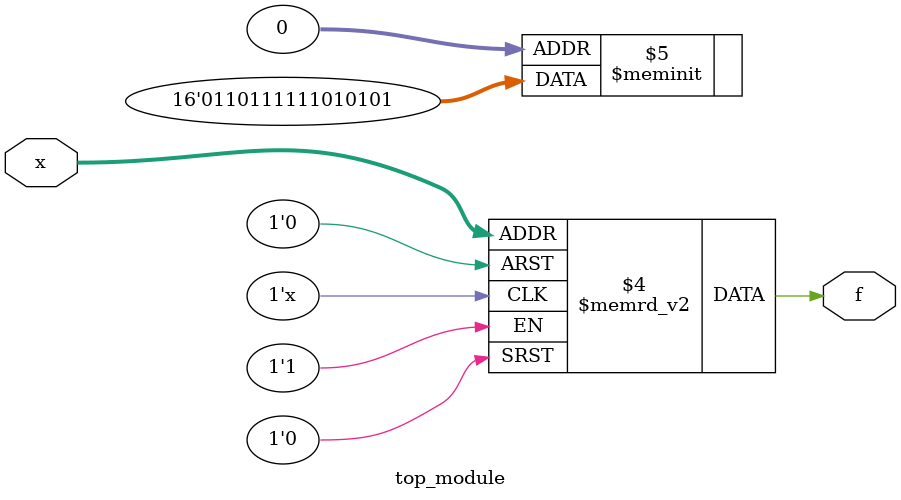
<source format=sv>
module top_module (
    input [4:1] x,
    output logic f
);

always_comb begin
    case (x)
        4'b0001, 4'b0011, 4'b1100, 4'b1111: f = 1'b0;
        4'b0101: f = 1'b0;
        4'b0111, 4'b1001: f = 1'b1;
        4'b1010, 4'b1011: f = 1'b1;
        default: f = 1'b1; // Don't care condition
    endcase
end

endmodule

</source>
